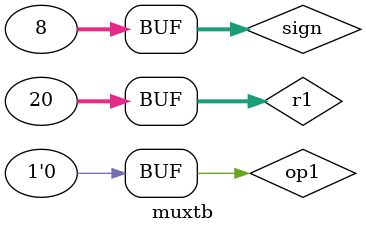
<source format=v>
module muxtb;

reg [31:0] r1;
reg [31:0] sign;
reg op1;
wire [31:0] res;

mux muxtest(r1, sign, op1, res);

initial begin
	$monitor($time, ": rs1 = %d, sign = %d, op1 = %d, result = %d", r1, sign, op1, res);
	r1 = 7'd10;
	sign = 32'd50;
	op1 = 1;
	#10;
	r1 = 7'd20;
	sign = 32'd8;
	op1 = 0;
end

endmodule
</source>
